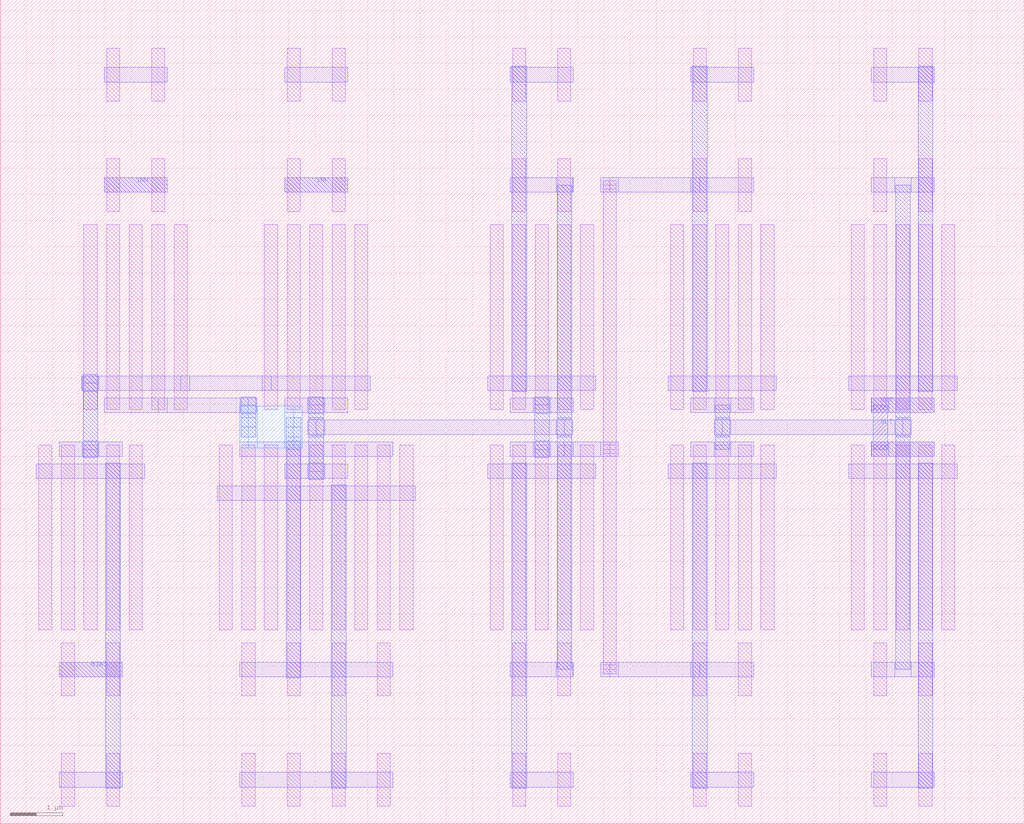
<source format=lef>
MACRO COMPARATOR
  ORIGIN 0 0 ;
  FOREIGN COMPARATOR 0 0 ;
  SIZE 19.51 BY 15.71 ;
  PIN OUT
    DIRECTION INOUT ;
    USE SIGNAL ;
    PORT 
      LAYER M2 ;
        RECT 16.6 7 17.8 7.28 ;
      LAYER M2 ;
        RECT 16.6 7.84 17.8 8.12 ;
      LAYER M2 ;
        RECT 16.61 7 16.93 7.28 ;
      LAYER M3 ;
        RECT 16.63 7.14 16.91 7.98 ;
      LAYER M2 ;
        RECT 16.61 7.84 16.93 8.12 ;
    END
  END OUT
  PIN BIAS
    DIRECTION INOUT ;
    USE SIGNAL ;
    PORT 
      LAYER M2 ;
        RECT 1.12 2.8 2.32 3.08 ;
    END
  END BIAS
  PIN INN
    DIRECTION INOUT ;
    USE SIGNAL ;
    PORT 
      LAYER M2 ;
        RECT 1.98 12.04 3.18 12.32 ;
    END
  END INN
  PIN INP
    DIRECTION INOUT ;
    USE SIGNAL ;
    PORT 
      LAYER M2 ;
        RECT 5.42 12.04 6.62 12.32 ;
    END
  END INP
  OBS 
  LAYER M2 ;
        RECT 5.42 6.58 6.62 6.86 ;
  LAYER M2 ;
        RECT 5.42 7.84 6.62 8.12 ;
  LAYER M2 ;
        RECT 9.72 2.8 10.92 3.08 ;
  LAYER M2 ;
        RECT 9.72 12.04 10.92 12.32 ;
  LAYER M2 ;
        RECT 10.59 2.8 10.91 3.08 ;
  LAYER M3 ;
        RECT 10.61 2.94 10.89 12.18 ;
  LAYER M2 ;
        RECT 10.59 12.04 10.91 12.32 ;
  LAYER M2 ;
        RECT 5.86 6.58 6.18 6.86 ;
  LAYER M3 ;
        RECT 5.88 6.72 6.16 7.98 ;
  LAYER M2 ;
        RECT 5.86 7.84 6.18 8.12 ;
  LAYER M3 ;
        RECT 5.88 7.375 6.16 7.745 ;
  LAYER M2 ;
        RECT 6.02 7.42 10.75 7.7 ;
  LAYER M3 ;
        RECT 10.61 7.375 10.89 7.745 ;
  LAYER M2 ;
        RECT 5.86 6.58 6.18 6.86 ;
  LAYER M3 ;
        RECT 5.88 6.56 6.16 6.88 ;
  LAYER M2 ;
        RECT 5.86 7.84 6.18 8.12 ;
  LAYER M3 ;
        RECT 5.88 7.82 6.16 8.14 ;
  LAYER M2 ;
        RECT 5.86 6.58 6.18 6.86 ;
  LAYER M3 ;
        RECT 5.88 6.56 6.16 6.88 ;
  LAYER M2 ;
        RECT 5.86 7.84 6.18 8.12 ;
  LAYER M3 ;
        RECT 5.88 7.82 6.16 8.14 ;
  LAYER M2 ;
        RECT 5.86 6.58 6.18 6.86 ;
  LAYER M3 ;
        RECT 5.88 6.56 6.16 6.88 ;
  LAYER M2 ;
        RECT 5.86 7.42 6.18 7.7 ;
  LAYER M3 ;
        RECT 5.88 7.4 6.16 7.72 ;
  LAYER M2 ;
        RECT 5.86 7.84 6.18 8.12 ;
  LAYER M3 ;
        RECT 5.88 7.82 6.16 8.14 ;
  LAYER M2 ;
        RECT 10.59 7.42 10.91 7.7 ;
  LAYER M3 ;
        RECT 10.61 7.4 10.89 7.72 ;
  LAYER M2 ;
        RECT 5.86 6.58 6.18 6.86 ;
  LAYER M3 ;
        RECT 5.88 6.56 6.16 6.88 ;
  LAYER M2 ;
        RECT 5.86 7.42 6.18 7.7 ;
  LAYER M3 ;
        RECT 5.88 7.4 6.16 7.72 ;
  LAYER M2 ;
        RECT 5.86 7.84 6.18 8.12 ;
  LAYER M3 ;
        RECT 5.88 7.82 6.16 8.14 ;
  LAYER M2 ;
        RECT 10.59 7.42 10.91 7.7 ;
  LAYER M3 ;
        RECT 10.61 7.4 10.89 7.72 ;
  LAYER M2 ;
        RECT 16.6 2.8 17.8 3.08 ;
  LAYER M2 ;
        RECT 16.6 12.04 17.8 12.32 ;
  LAYER M2 ;
        RECT 17.04 2.8 17.36 3.08 ;
  LAYER M3 ;
        RECT 17.06 2.94 17.34 12.18 ;
  LAYER M2 ;
        RECT 17.04 12.04 17.36 12.32 ;
  LAYER M2 ;
        RECT 13.16 7 14.36 7.28 ;
  LAYER M2 ;
        RECT 13.16 7.84 14.36 8.12 ;
  LAYER M2 ;
        RECT 13.6 7 13.92 7.28 ;
  LAYER M3 ;
        RECT 13.62 7.14 13.9 7.98 ;
  LAYER M2 ;
        RECT 13.6 7.84 13.92 8.12 ;
  LAYER M3 ;
        RECT 17.06 7.375 17.34 7.745 ;
  LAYER M2 ;
        RECT 13.76 7.42 17.2 7.7 ;
  LAYER M3 ;
        RECT 13.62 7.375 13.9 7.745 ;
  LAYER M2 ;
        RECT 13.6 7.42 13.92 7.7 ;
  LAYER M3 ;
        RECT 13.62 7.4 13.9 7.72 ;
  LAYER M2 ;
        RECT 17.04 7.42 17.36 7.7 ;
  LAYER M3 ;
        RECT 17.06 7.4 17.34 7.72 ;
  LAYER M2 ;
        RECT 13.6 7.42 13.92 7.7 ;
  LAYER M3 ;
        RECT 13.62 7.4 13.9 7.72 ;
  LAYER M2 ;
        RECT 17.04 7.42 17.36 7.7 ;
  LAYER M3 ;
        RECT 17.06 7.4 17.34 7.72 ;
  LAYER M2 ;
        RECT 1.98 7.84 3.18 8.12 ;
  LAYER M3 ;
        RECT 5.45 2.78 5.73 7.3 ;
  LAYER M2 ;
        RECT 3.01 7.84 4.73 8.12 ;
  LAYER M3 ;
        RECT 4.59 7.56 4.87 7.98 ;
  LAYER M4 ;
        RECT 4.73 7.16 5.59 7.96 ;
  LAYER M3 ;
        RECT 5.45 7.14 5.73 7.56 ;
  LAYER M2 ;
        RECT 4.57 7.84 4.89 8.12 ;
  LAYER M3 ;
        RECT 4.59 7.82 4.87 8.14 ;
  LAYER M3 ;
        RECT 4.59 7.375 4.87 7.745 ;
  LAYER M4 ;
        RECT 4.565 7.16 4.895 7.96 ;
  LAYER M3 ;
        RECT 5.45 7.375 5.73 7.745 ;
  LAYER M4 ;
        RECT 5.425 7.16 5.755 7.96 ;
  LAYER M2 ;
        RECT 4.57 7.84 4.89 8.12 ;
  LAYER M3 ;
        RECT 4.59 7.82 4.87 8.14 ;
  LAYER M3 ;
        RECT 4.59 7.375 4.87 7.745 ;
  LAYER M4 ;
        RECT 4.565 7.16 4.895 7.96 ;
  LAYER M3 ;
        RECT 5.45 7.375 5.73 7.745 ;
  LAYER M4 ;
        RECT 5.425 7.16 5.755 7.96 ;
  LAYER M2 ;
        RECT 1.12 7 2.32 7.28 ;
  LAYER M2 ;
        RECT 1.55 8.26 3.61 8.54 ;
  LAYER M2 ;
        RECT 4.99 8.26 7.05 8.54 ;
  LAYER M2 ;
        RECT 1.56 7 1.88 7.28 ;
  LAYER M3 ;
        RECT 1.58 7.14 1.86 8.4 ;
  LAYER M2 ;
        RECT 1.56 8.26 1.88 8.54 ;
  LAYER M2 ;
        RECT 3.44 8.26 5.16 8.54 ;
  LAYER M2 ;
        RECT 1.56 7 1.88 7.28 ;
  LAYER M3 ;
        RECT 1.58 6.98 1.86 7.3 ;
  LAYER M2 ;
        RECT 1.56 8.26 1.88 8.54 ;
  LAYER M3 ;
        RECT 1.58 8.24 1.86 8.56 ;
  LAYER M2 ;
        RECT 1.56 7 1.88 7.28 ;
  LAYER M3 ;
        RECT 1.58 6.98 1.86 7.3 ;
  LAYER M2 ;
        RECT 1.56 8.26 1.88 8.54 ;
  LAYER M3 ;
        RECT 1.58 8.24 1.86 8.56 ;
  LAYER M2 ;
        RECT 1.56 7 1.88 7.28 ;
  LAYER M3 ;
        RECT 1.58 6.98 1.86 7.3 ;
  LAYER M2 ;
        RECT 1.56 8.26 1.88 8.54 ;
  LAYER M3 ;
        RECT 1.58 8.24 1.86 8.56 ;
  LAYER M2 ;
        RECT 1.56 7 1.88 7.28 ;
  LAYER M3 ;
        RECT 1.58 6.98 1.86 7.3 ;
  LAYER M2 ;
        RECT 1.56 8.26 1.88 8.54 ;
  LAYER M3 ;
        RECT 1.58 8.24 1.86 8.56 ;
  LAYER M2 ;
        RECT 13.16 2.8 14.36 3.08 ;
  LAYER M2 ;
        RECT 9.72 7 10.92 7.28 ;
  LAYER M2 ;
        RECT 9.72 7.84 10.92 8.12 ;
  LAYER M2 ;
        RECT 13.16 12.04 14.36 12.32 ;
  LAYER M2 ;
        RECT 11.61 2.8 13.33 3.08 ;
  LAYER M1 ;
        RECT 11.485 2.94 11.735 7.14 ;
  LAYER M2 ;
        RECT 10.75 7 11.61 7.28 ;
  LAYER M2 ;
        RECT 10.16 7 10.48 7.28 ;
  LAYER M3 ;
        RECT 10.18 7.14 10.46 7.98 ;
  LAYER M2 ;
        RECT 10.16 7.84 10.48 8.12 ;
  LAYER M1 ;
        RECT 11.485 7.14 11.735 12.18 ;
  LAYER M2 ;
        RECT 11.61 12.04 13.33 12.32 ;
  LAYER M1 ;
        RECT 11.485 2.855 11.735 3.025 ;
  LAYER M2 ;
        RECT 11.44 2.8 11.78 3.08 ;
  LAYER M1 ;
        RECT 11.485 7.055 11.735 7.225 ;
  LAYER M2 ;
        RECT 11.44 7 11.78 7.28 ;
  LAYER M1 ;
        RECT 11.485 2.855 11.735 3.025 ;
  LAYER M2 ;
        RECT 11.44 2.8 11.78 3.08 ;
  LAYER M1 ;
        RECT 11.485 7.055 11.735 7.225 ;
  LAYER M2 ;
        RECT 11.44 7 11.78 7.28 ;
  LAYER M1 ;
        RECT 11.485 2.855 11.735 3.025 ;
  LAYER M2 ;
        RECT 11.44 2.8 11.78 3.08 ;
  LAYER M1 ;
        RECT 11.485 7.055 11.735 7.225 ;
  LAYER M2 ;
        RECT 11.44 7 11.78 7.28 ;
  LAYER M2 ;
        RECT 10.16 7 10.48 7.28 ;
  LAYER M3 ;
        RECT 10.18 6.98 10.46 7.3 ;
  LAYER M2 ;
        RECT 10.16 7.84 10.48 8.12 ;
  LAYER M3 ;
        RECT 10.18 7.82 10.46 8.14 ;
  LAYER M1 ;
        RECT 11.485 2.855 11.735 3.025 ;
  LAYER M2 ;
        RECT 11.44 2.8 11.78 3.08 ;
  LAYER M1 ;
        RECT 11.485 7.055 11.735 7.225 ;
  LAYER M2 ;
        RECT 11.44 7 11.78 7.28 ;
  LAYER M2 ;
        RECT 10.16 7 10.48 7.28 ;
  LAYER M3 ;
        RECT 10.18 6.98 10.46 7.3 ;
  LAYER M2 ;
        RECT 10.16 7.84 10.48 8.12 ;
  LAYER M3 ;
        RECT 10.18 7.82 10.46 8.14 ;
  LAYER M1 ;
        RECT 11.485 2.855 11.735 3.025 ;
  LAYER M2 ;
        RECT 11.44 2.8 11.78 3.08 ;
  LAYER M1 ;
        RECT 11.485 7.055 11.735 7.225 ;
  LAYER M2 ;
        RECT 11.44 7 11.78 7.28 ;
  LAYER M1 ;
        RECT 11.485 12.095 11.735 12.265 ;
  LAYER M2 ;
        RECT 11.44 12.04 11.78 12.32 ;
  LAYER M2 ;
        RECT 10.16 7 10.48 7.28 ;
  LAYER M3 ;
        RECT 10.18 6.98 10.46 7.3 ;
  LAYER M2 ;
        RECT 10.16 7.84 10.48 8.12 ;
  LAYER M3 ;
        RECT 10.18 7.82 10.46 8.14 ;
  LAYER M1 ;
        RECT 11.485 2.855 11.735 3.025 ;
  LAYER M2 ;
        RECT 11.44 2.8 11.78 3.08 ;
  LAYER M1 ;
        RECT 11.485 7.055 11.735 7.225 ;
  LAYER M2 ;
        RECT 11.44 7 11.78 7.28 ;
  LAYER M1 ;
        RECT 11.485 12.095 11.735 12.265 ;
  LAYER M2 ;
        RECT 11.44 12.04 11.78 12.32 ;
  LAYER M2 ;
        RECT 10.16 7 10.48 7.28 ;
  LAYER M3 ;
        RECT 10.18 6.98 10.46 7.3 ;
  LAYER M2 ;
        RECT 10.16 7.84 10.48 8.12 ;
  LAYER M3 ;
        RECT 10.18 7.82 10.46 8.14 ;
  LAYER M1 ;
        RECT 10.625 3.695 10.875 7.225 ;
  LAYER M1 ;
        RECT 10.625 2.435 10.875 3.445 ;
  LAYER M1 ;
        RECT 10.625 0.335 10.875 1.345 ;
  LAYER M1 ;
        RECT 11.055 3.695 11.305 7.225 ;
  LAYER M1 ;
        RECT 10.195 3.695 10.445 7.225 ;
  LAYER M1 ;
        RECT 9.765 3.695 10.015 7.225 ;
  LAYER M1 ;
        RECT 9.765 2.435 10.015 3.445 ;
  LAYER M1 ;
        RECT 9.765 0.335 10.015 1.345 ;
  LAYER M1 ;
        RECT 9.335 3.695 9.585 7.225 ;
  LAYER M2 ;
        RECT 9.29 6.58 11.35 6.86 ;
  LAYER M2 ;
        RECT 9.72 0.7 10.92 0.98 ;
  LAYER M2 ;
        RECT 9.72 7 10.92 7.28 ;
  LAYER M2 ;
        RECT 9.72 2.8 10.92 3.08 ;
  LAYER M3 ;
        RECT 9.75 0.68 10.03 6.88 ;
  LAYER M1 ;
        RECT 14.065 3.695 14.315 7.225 ;
  LAYER M1 ;
        RECT 14.065 2.435 14.315 3.445 ;
  LAYER M1 ;
        RECT 14.065 0.335 14.315 1.345 ;
  LAYER M1 ;
        RECT 14.495 3.695 14.745 7.225 ;
  LAYER M1 ;
        RECT 13.635 3.695 13.885 7.225 ;
  LAYER M1 ;
        RECT 13.205 3.695 13.455 7.225 ;
  LAYER M1 ;
        RECT 13.205 2.435 13.455 3.445 ;
  LAYER M1 ;
        RECT 13.205 0.335 13.455 1.345 ;
  LAYER M1 ;
        RECT 12.775 3.695 13.025 7.225 ;
  LAYER M2 ;
        RECT 12.73 6.58 14.79 6.86 ;
  LAYER M2 ;
        RECT 13.16 0.7 14.36 0.98 ;
  LAYER M2 ;
        RECT 13.16 7 14.36 7.28 ;
  LAYER M2 ;
        RECT 13.16 2.8 14.36 3.08 ;
  LAYER M3 ;
        RECT 13.19 0.68 13.47 6.88 ;
  LAYER M1 ;
        RECT 10.625 7.895 10.875 11.425 ;
  LAYER M1 ;
        RECT 10.625 11.675 10.875 12.685 ;
  LAYER M1 ;
        RECT 10.625 13.775 10.875 14.785 ;
  LAYER M1 ;
        RECT 11.055 7.895 11.305 11.425 ;
  LAYER M1 ;
        RECT 10.195 7.895 10.445 11.425 ;
  LAYER M1 ;
        RECT 9.765 7.895 10.015 11.425 ;
  LAYER M1 ;
        RECT 9.765 11.675 10.015 12.685 ;
  LAYER M1 ;
        RECT 9.765 13.775 10.015 14.785 ;
  LAYER M1 ;
        RECT 9.335 7.895 9.585 11.425 ;
  LAYER M2 ;
        RECT 9.29 8.26 11.35 8.54 ;
  LAYER M2 ;
        RECT 9.72 14.14 10.92 14.42 ;
  LAYER M2 ;
        RECT 9.72 7.84 10.92 8.12 ;
  LAYER M2 ;
        RECT 9.72 12.04 10.92 12.32 ;
  LAYER M3 ;
        RECT 9.75 8.24 10.03 14.44 ;
  LAYER M1 ;
        RECT 14.065 7.895 14.315 11.425 ;
  LAYER M1 ;
        RECT 14.065 11.675 14.315 12.685 ;
  LAYER M1 ;
        RECT 14.065 13.775 14.315 14.785 ;
  LAYER M1 ;
        RECT 14.495 7.895 14.745 11.425 ;
  LAYER M1 ;
        RECT 13.635 7.895 13.885 11.425 ;
  LAYER M1 ;
        RECT 13.205 7.895 13.455 11.425 ;
  LAYER M1 ;
        RECT 13.205 11.675 13.455 12.685 ;
  LAYER M1 ;
        RECT 13.205 13.775 13.455 14.785 ;
  LAYER M1 ;
        RECT 12.775 7.895 13.025 11.425 ;
  LAYER M2 ;
        RECT 12.73 8.26 14.79 8.54 ;
  LAYER M2 ;
        RECT 13.16 14.14 14.36 14.42 ;
  LAYER M2 ;
        RECT 13.16 7.84 14.36 8.12 ;
  LAYER M2 ;
        RECT 13.16 12.04 14.36 12.32 ;
  LAYER M3 ;
        RECT 13.19 8.24 13.47 14.44 ;
  LAYER M1 ;
        RECT 4.605 3.695 4.855 7.225 ;
  LAYER M1 ;
        RECT 4.605 2.435 4.855 3.445 ;
  LAYER M1 ;
        RECT 4.605 0.335 4.855 1.345 ;
  LAYER M1 ;
        RECT 4.175 3.695 4.425 7.225 ;
  LAYER M1 ;
        RECT 5.035 3.695 5.285 7.225 ;
  LAYER M1 ;
        RECT 5.465 3.695 5.715 7.225 ;
  LAYER M1 ;
        RECT 5.465 2.435 5.715 3.445 ;
  LAYER M1 ;
        RECT 5.465 0.335 5.715 1.345 ;
  LAYER M1 ;
        RECT 5.895 3.695 6.145 7.225 ;
  LAYER M1 ;
        RECT 6.325 3.695 6.575 7.225 ;
  LAYER M1 ;
        RECT 6.325 2.435 6.575 3.445 ;
  LAYER M1 ;
        RECT 6.325 0.335 6.575 1.345 ;
  LAYER M1 ;
        RECT 6.755 3.695 7.005 7.225 ;
  LAYER M1 ;
        RECT 7.185 3.695 7.435 7.225 ;
  LAYER M1 ;
        RECT 7.185 2.435 7.435 3.445 ;
  LAYER M1 ;
        RECT 7.185 0.335 7.435 1.345 ;
  LAYER M1 ;
        RECT 7.615 3.695 7.865 7.225 ;
  LAYER M2 ;
        RECT 4.56 2.8 7.48 3.08 ;
  LAYER M2 ;
        RECT 4.56 7 7.48 7.28 ;
  LAYER M2 ;
        RECT 4.13 6.16 7.91 6.44 ;
  LAYER M2 ;
        RECT 4.56 0.7 7.48 0.98 ;
  LAYER M3 ;
        RECT 5.45 2.78 5.73 7.3 ;
  LAYER M2 ;
        RECT 5.42 6.58 6.62 6.86 ;
  LAYER M3 ;
        RECT 6.31 0.68 6.59 6.46 ;
  LAYER M1 ;
        RECT 16.645 3.695 16.895 7.225 ;
  LAYER M1 ;
        RECT 16.645 2.435 16.895 3.445 ;
  LAYER M1 ;
        RECT 16.645 0.335 16.895 1.345 ;
  LAYER M1 ;
        RECT 16.215 3.695 16.465 7.225 ;
  LAYER M1 ;
        RECT 17.075 3.695 17.325 7.225 ;
  LAYER M1 ;
        RECT 17.505 3.695 17.755 7.225 ;
  LAYER M1 ;
        RECT 17.505 2.435 17.755 3.445 ;
  LAYER M1 ;
        RECT 17.505 0.335 17.755 1.345 ;
  LAYER M1 ;
        RECT 17.935 3.695 18.185 7.225 ;
  LAYER M2 ;
        RECT 16.17 6.58 18.23 6.86 ;
  LAYER M2 ;
        RECT 16.6 0.7 17.8 0.98 ;
  LAYER M2 ;
        RECT 16.6 7 17.8 7.28 ;
  LAYER M2 ;
        RECT 16.6 2.8 17.8 3.08 ;
  LAYER M3 ;
        RECT 17.49 0.68 17.77 6.88 ;
  LAYER M1 ;
        RECT 16.645 7.895 16.895 11.425 ;
  LAYER M1 ;
        RECT 16.645 11.675 16.895 12.685 ;
  LAYER M1 ;
        RECT 16.645 13.775 16.895 14.785 ;
  LAYER M1 ;
        RECT 16.215 7.895 16.465 11.425 ;
  LAYER M1 ;
        RECT 17.075 7.895 17.325 11.425 ;
  LAYER M1 ;
        RECT 17.505 7.895 17.755 11.425 ;
  LAYER M1 ;
        RECT 17.505 11.675 17.755 12.685 ;
  LAYER M1 ;
        RECT 17.505 13.775 17.755 14.785 ;
  LAYER M1 ;
        RECT 17.935 7.895 18.185 11.425 ;
  LAYER M2 ;
        RECT 16.17 8.26 18.23 8.54 ;
  LAYER M2 ;
        RECT 16.6 14.14 17.8 14.42 ;
  LAYER M2 ;
        RECT 16.6 7.84 17.8 8.12 ;
  LAYER M2 ;
        RECT 16.6 12.04 17.8 12.32 ;
  LAYER M3 ;
        RECT 17.49 8.24 17.77 14.44 ;
  LAYER M1 ;
        RECT 1.165 3.695 1.415 7.225 ;
  LAYER M1 ;
        RECT 1.165 2.435 1.415 3.445 ;
  LAYER M1 ;
        RECT 1.165 0.335 1.415 1.345 ;
  LAYER M1 ;
        RECT 0.735 3.695 0.985 7.225 ;
  LAYER M1 ;
        RECT 1.595 3.695 1.845 7.225 ;
  LAYER M1 ;
        RECT 2.025 3.695 2.275 7.225 ;
  LAYER M1 ;
        RECT 2.025 2.435 2.275 3.445 ;
  LAYER M1 ;
        RECT 2.025 0.335 2.275 1.345 ;
  LAYER M1 ;
        RECT 2.455 3.695 2.705 7.225 ;
  LAYER M2 ;
        RECT 0.69 6.58 2.75 6.86 ;
  LAYER M2 ;
        RECT 1.12 0.7 2.32 0.98 ;
  LAYER M2 ;
        RECT 1.12 7 2.32 7.28 ;
  LAYER M2 ;
        RECT 1.12 2.8 2.32 3.08 ;
  LAYER M3 ;
        RECT 2.01 0.68 2.29 6.88 ;
  LAYER M1 ;
        RECT 2.025 7.895 2.275 11.425 ;
  LAYER M1 ;
        RECT 2.025 11.675 2.275 12.685 ;
  LAYER M1 ;
        RECT 2.025 13.775 2.275 14.785 ;
  LAYER M1 ;
        RECT 1.595 7.895 1.845 11.425 ;
  LAYER M1 ;
        RECT 2.455 7.895 2.705 11.425 ;
  LAYER M1 ;
        RECT 2.885 7.895 3.135 11.425 ;
  LAYER M1 ;
        RECT 2.885 11.675 3.135 12.685 ;
  LAYER M1 ;
        RECT 2.885 13.775 3.135 14.785 ;
  LAYER M1 ;
        RECT 3.315 7.895 3.565 11.425 ;
  LAYER M2 ;
        RECT 1.98 14.14 3.18 14.42 ;
  LAYER M2 ;
        RECT 1.98 7.84 3.18 8.12 ;
  LAYER M2 ;
        RECT 1.98 12.04 3.18 12.32 ;
  LAYER M2 ;
        RECT 1.55 8.26 3.61 8.54 ;
  LAYER M1 ;
        RECT 5.465 7.895 5.715 11.425 ;
  LAYER M1 ;
        RECT 5.465 11.675 5.715 12.685 ;
  LAYER M1 ;
        RECT 5.465 13.775 5.715 14.785 ;
  LAYER M1 ;
        RECT 5.035 7.895 5.285 11.425 ;
  LAYER M1 ;
        RECT 5.895 7.895 6.145 11.425 ;
  LAYER M1 ;
        RECT 6.325 7.895 6.575 11.425 ;
  LAYER M1 ;
        RECT 6.325 11.675 6.575 12.685 ;
  LAYER M1 ;
        RECT 6.325 13.775 6.575 14.785 ;
  LAYER M1 ;
        RECT 6.755 7.895 7.005 11.425 ;
  LAYER M2 ;
        RECT 5.42 14.14 6.62 14.42 ;
  LAYER M2 ;
        RECT 5.42 7.84 6.62 8.12 ;
  LAYER M2 ;
        RECT 5.42 12.04 6.62 12.32 ;
  LAYER M2 ;
        RECT 4.99 8.26 7.05 8.54 ;
  END 
END COMPARATOR

</source>
